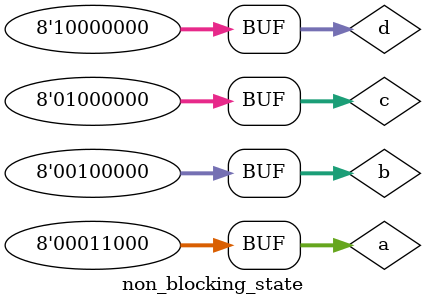
<source format=sv>
/*module blocking_state;
  reg [7:0]a,b,c,d;
  initial begin
    $monitor("\t a=%0d,b=%0d,c=%0d,d=%0d",a,b,c,d);
      a=8'd24;
      b=8'd32;
      c=8'd64;
      d=8'd128;
  end
endmodule*/

module non_blocking_state;
  reg [7:0]a,b,c,d;
  initial begin
    $monitor("\t a=%0d,b=%0d,c=%0d,d=%0d",a,b,c,d);
      a<=8'd24;
      b<=8'd32;
      c<=8'd64;
      d<=8'd128;
  end
endmodule

</source>
